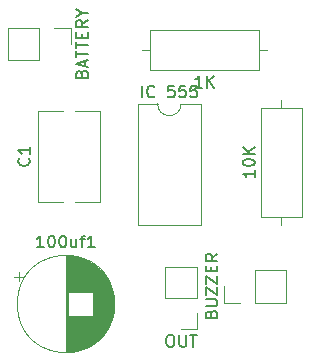
<source format=gbr>
%TF.GenerationSoftware,KiCad,Pcbnew,9.99.0-4961-ge71b061082*%
%TF.CreationDate,2026-01-22T07:13:39+05:30*%
%TF.ProjectId,TOY,544f592e-6b69-4636-9164-5f7063625858,rev?*%
%TF.SameCoordinates,Original*%
%TF.FileFunction,Legend,Top*%
%TF.FilePolarity,Positive*%
%FSLAX46Y46*%
G04 Gerber Fmt 4.6, Leading zero omitted, Abs format (unit mm)*
G04 Created by KiCad (PCBNEW 9.99.0-4961-ge71b061082) date 2026-01-22 07:13:39*
%MOMM*%
%LPD*%
G01*
G04 APERTURE LIST*
%ADD10C,0.150000*%
%ADD11C,0.120000*%
G04 APERTURE END LIST*
D10*
X155285714Y-92674819D02*
X154714286Y-92674819D01*
X155000000Y-92674819D02*
X155000000Y-91674819D01*
X155000000Y-91674819D02*
X154904762Y-91817676D01*
X154904762Y-91817676D02*
X154809524Y-91912914D01*
X154809524Y-91912914D02*
X154714286Y-91960533D01*
X155714286Y-92674819D02*
X155714286Y-91674819D01*
X156285714Y-92674819D02*
X155857143Y-92103390D01*
X156285714Y-91674819D02*
X155714286Y-92246247D01*
X152500000Y-113609819D02*
X152690476Y-113609819D01*
X152690476Y-113609819D02*
X152785714Y-113657438D01*
X152785714Y-113657438D02*
X152880952Y-113752676D01*
X152880952Y-113752676D02*
X152928571Y-113943152D01*
X152928571Y-113943152D02*
X152928571Y-114276485D01*
X152928571Y-114276485D02*
X152880952Y-114466961D01*
X152880952Y-114466961D02*
X152785714Y-114562200D01*
X152785714Y-114562200D02*
X152690476Y-114609819D01*
X152690476Y-114609819D02*
X152500000Y-114609819D01*
X152500000Y-114609819D02*
X152404762Y-114562200D01*
X152404762Y-114562200D02*
X152309524Y-114466961D01*
X152309524Y-114466961D02*
X152261905Y-114276485D01*
X152261905Y-114276485D02*
X152261905Y-113943152D01*
X152261905Y-113943152D02*
X152309524Y-113752676D01*
X152309524Y-113752676D02*
X152404762Y-113657438D01*
X152404762Y-113657438D02*
X152500000Y-113609819D01*
X153357143Y-113609819D02*
X153357143Y-114419342D01*
X153357143Y-114419342D02*
X153404762Y-114514580D01*
X153404762Y-114514580D02*
X153452381Y-114562200D01*
X153452381Y-114562200D02*
X153547619Y-114609819D01*
X153547619Y-114609819D02*
X153738095Y-114609819D01*
X153738095Y-114609819D02*
X153833333Y-114562200D01*
X153833333Y-114562200D02*
X153880952Y-114514580D01*
X153880952Y-114514580D02*
X153928571Y-114419342D01*
X153928571Y-114419342D02*
X153928571Y-113609819D01*
X154261905Y-113609819D02*
X154833333Y-113609819D01*
X154547619Y-114609819D02*
X154547619Y-113609819D01*
X145086009Y-91500000D02*
X145133628Y-91357143D01*
X145133628Y-91357143D02*
X145181247Y-91309524D01*
X145181247Y-91309524D02*
X145276485Y-91261905D01*
X145276485Y-91261905D02*
X145419342Y-91261905D01*
X145419342Y-91261905D02*
X145514580Y-91309524D01*
X145514580Y-91309524D02*
X145562200Y-91357143D01*
X145562200Y-91357143D02*
X145609819Y-91452381D01*
X145609819Y-91452381D02*
X145609819Y-91833333D01*
X145609819Y-91833333D02*
X144609819Y-91833333D01*
X144609819Y-91833333D02*
X144609819Y-91500000D01*
X144609819Y-91500000D02*
X144657438Y-91404762D01*
X144657438Y-91404762D02*
X144705057Y-91357143D01*
X144705057Y-91357143D02*
X144800295Y-91309524D01*
X144800295Y-91309524D02*
X144895533Y-91309524D01*
X144895533Y-91309524D02*
X144990771Y-91357143D01*
X144990771Y-91357143D02*
X145038390Y-91404762D01*
X145038390Y-91404762D02*
X145086009Y-91500000D01*
X145086009Y-91500000D02*
X145086009Y-91833333D01*
X145324104Y-90880952D02*
X145324104Y-90404762D01*
X145609819Y-90976190D02*
X144609819Y-90642857D01*
X144609819Y-90642857D02*
X145609819Y-90309524D01*
X144609819Y-90119047D02*
X144609819Y-89547619D01*
X145609819Y-89833333D02*
X144609819Y-89833333D01*
X144609819Y-89357142D02*
X144609819Y-88785714D01*
X145609819Y-89071428D02*
X144609819Y-89071428D01*
X145086009Y-88452380D02*
X145086009Y-88119047D01*
X145609819Y-87976190D02*
X145609819Y-88452380D01*
X145609819Y-88452380D02*
X144609819Y-88452380D01*
X144609819Y-88452380D02*
X144609819Y-87976190D01*
X145609819Y-86976190D02*
X145133628Y-87309523D01*
X145609819Y-87547618D02*
X144609819Y-87547618D01*
X144609819Y-87547618D02*
X144609819Y-87166666D01*
X144609819Y-87166666D02*
X144657438Y-87071428D01*
X144657438Y-87071428D02*
X144705057Y-87023809D01*
X144705057Y-87023809D02*
X144800295Y-86976190D01*
X144800295Y-86976190D02*
X144943152Y-86976190D01*
X144943152Y-86976190D02*
X145038390Y-87023809D01*
X145038390Y-87023809D02*
X145086009Y-87071428D01*
X145086009Y-87071428D02*
X145133628Y-87166666D01*
X145133628Y-87166666D02*
X145133628Y-87547618D01*
X145133628Y-86357142D02*
X145609819Y-86357142D01*
X144609819Y-86690475D02*
X145133628Y-86357142D01*
X145133628Y-86357142D02*
X144609819Y-86023809D01*
X159734819Y-99690476D02*
X159734819Y-100261904D01*
X159734819Y-99976190D02*
X158734819Y-99976190D01*
X158734819Y-99976190D02*
X158877676Y-100071428D01*
X158877676Y-100071428D02*
X158972914Y-100166666D01*
X158972914Y-100166666D02*
X159020533Y-100261904D01*
X158734819Y-99071428D02*
X158734819Y-98976190D01*
X158734819Y-98976190D02*
X158782438Y-98880952D01*
X158782438Y-98880952D02*
X158830057Y-98833333D01*
X158830057Y-98833333D02*
X158925295Y-98785714D01*
X158925295Y-98785714D02*
X159115771Y-98738095D01*
X159115771Y-98738095D02*
X159353866Y-98738095D01*
X159353866Y-98738095D02*
X159544342Y-98785714D01*
X159544342Y-98785714D02*
X159639580Y-98833333D01*
X159639580Y-98833333D02*
X159687200Y-98880952D01*
X159687200Y-98880952D02*
X159734819Y-98976190D01*
X159734819Y-98976190D02*
X159734819Y-99071428D01*
X159734819Y-99071428D02*
X159687200Y-99166666D01*
X159687200Y-99166666D02*
X159639580Y-99214285D01*
X159639580Y-99214285D02*
X159544342Y-99261904D01*
X159544342Y-99261904D02*
X159353866Y-99309523D01*
X159353866Y-99309523D02*
X159115771Y-99309523D01*
X159115771Y-99309523D02*
X158925295Y-99261904D01*
X158925295Y-99261904D02*
X158830057Y-99214285D01*
X158830057Y-99214285D02*
X158782438Y-99166666D01*
X158782438Y-99166666D02*
X158734819Y-99071428D01*
X159734819Y-98309523D02*
X158734819Y-98309523D01*
X159734819Y-97738095D02*
X159163390Y-98166666D01*
X158734819Y-97738095D02*
X159306247Y-98309523D01*
X140609580Y-98666666D02*
X140657200Y-98714285D01*
X140657200Y-98714285D02*
X140704819Y-98857142D01*
X140704819Y-98857142D02*
X140704819Y-98952380D01*
X140704819Y-98952380D02*
X140657200Y-99095237D01*
X140657200Y-99095237D02*
X140561961Y-99190475D01*
X140561961Y-99190475D02*
X140466723Y-99238094D01*
X140466723Y-99238094D02*
X140276247Y-99285713D01*
X140276247Y-99285713D02*
X140133390Y-99285713D01*
X140133390Y-99285713D02*
X139942914Y-99238094D01*
X139942914Y-99238094D02*
X139847676Y-99190475D01*
X139847676Y-99190475D02*
X139752438Y-99095237D01*
X139752438Y-99095237D02*
X139704819Y-98952380D01*
X139704819Y-98952380D02*
X139704819Y-98857142D01*
X139704819Y-98857142D02*
X139752438Y-98714285D01*
X139752438Y-98714285D02*
X139800057Y-98666666D01*
X140704819Y-97714285D02*
X140704819Y-98285713D01*
X140704819Y-97999999D02*
X139704819Y-97999999D01*
X139704819Y-97999999D02*
X139847676Y-98095237D01*
X139847676Y-98095237D02*
X139942914Y-98190475D01*
X139942914Y-98190475D02*
X139990533Y-98285713D01*
X156051009Y-111857142D02*
X156098628Y-111714285D01*
X156098628Y-111714285D02*
X156146247Y-111666666D01*
X156146247Y-111666666D02*
X156241485Y-111619047D01*
X156241485Y-111619047D02*
X156384342Y-111619047D01*
X156384342Y-111619047D02*
X156479580Y-111666666D01*
X156479580Y-111666666D02*
X156527200Y-111714285D01*
X156527200Y-111714285D02*
X156574819Y-111809523D01*
X156574819Y-111809523D02*
X156574819Y-112190475D01*
X156574819Y-112190475D02*
X155574819Y-112190475D01*
X155574819Y-112190475D02*
X155574819Y-111857142D01*
X155574819Y-111857142D02*
X155622438Y-111761904D01*
X155622438Y-111761904D02*
X155670057Y-111714285D01*
X155670057Y-111714285D02*
X155765295Y-111666666D01*
X155765295Y-111666666D02*
X155860533Y-111666666D01*
X155860533Y-111666666D02*
X155955771Y-111714285D01*
X155955771Y-111714285D02*
X156003390Y-111761904D01*
X156003390Y-111761904D02*
X156051009Y-111857142D01*
X156051009Y-111857142D02*
X156051009Y-112190475D01*
X155574819Y-111190475D02*
X156384342Y-111190475D01*
X156384342Y-111190475D02*
X156479580Y-111142856D01*
X156479580Y-111142856D02*
X156527200Y-111095237D01*
X156527200Y-111095237D02*
X156574819Y-110999999D01*
X156574819Y-110999999D02*
X156574819Y-110809523D01*
X156574819Y-110809523D02*
X156527200Y-110714285D01*
X156527200Y-110714285D02*
X156479580Y-110666666D01*
X156479580Y-110666666D02*
X156384342Y-110619047D01*
X156384342Y-110619047D02*
X155574819Y-110619047D01*
X155574819Y-110238094D02*
X155574819Y-109571428D01*
X155574819Y-109571428D02*
X156574819Y-110238094D01*
X156574819Y-110238094D02*
X156574819Y-109571428D01*
X155574819Y-109285713D02*
X155574819Y-108619047D01*
X155574819Y-108619047D02*
X156574819Y-109285713D01*
X156574819Y-109285713D02*
X156574819Y-108619047D01*
X156051009Y-108238094D02*
X156051009Y-107904761D01*
X156574819Y-107761904D02*
X156574819Y-108238094D01*
X156574819Y-108238094D02*
X155574819Y-108238094D01*
X155574819Y-108238094D02*
X155574819Y-107761904D01*
X156574819Y-106761904D02*
X156098628Y-107095237D01*
X156574819Y-107333332D02*
X155574819Y-107333332D01*
X155574819Y-107333332D02*
X155574819Y-106952380D01*
X155574819Y-106952380D02*
X155622438Y-106857142D01*
X155622438Y-106857142D02*
X155670057Y-106809523D01*
X155670057Y-106809523D02*
X155765295Y-106761904D01*
X155765295Y-106761904D02*
X155908152Y-106761904D01*
X155908152Y-106761904D02*
X156003390Y-106809523D01*
X156003390Y-106809523D02*
X156051009Y-106857142D01*
X156051009Y-106857142D02*
X156098628Y-106952380D01*
X156098628Y-106952380D02*
X156098628Y-107333332D01*
X150195476Y-93504819D02*
X150195476Y-92504819D01*
X151243094Y-93409580D02*
X151195475Y-93457200D01*
X151195475Y-93457200D02*
X151052618Y-93504819D01*
X151052618Y-93504819D02*
X150957380Y-93504819D01*
X150957380Y-93504819D02*
X150814523Y-93457200D01*
X150814523Y-93457200D02*
X150719285Y-93361961D01*
X150719285Y-93361961D02*
X150671666Y-93266723D01*
X150671666Y-93266723D02*
X150624047Y-93076247D01*
X150624047Y-93076247D02*
X150624047Y-92933390D01*
X150624047Y-92933390D02*
X150671666Y-92742914D01*
X150671666Y-92742914D02*
X150719285Y-92647676D01*
X150719285Y-92647676D02*
X150814523Y-92552438D01*
X150814523Y-92552438D02*
X150957380Y-92504819D01*
X150957380Y-92504819D02*
X151052618Y-92504819D01*
X151052618Y-92504819D02*
X151195475Y-92552438D01*
X151195475Y-92552438D02*
X151243094Y-92600057D01*
X152909761Y-92504819D02*
X152433571Y-92504819D01*
X152433571Y-92504819D02*
X152385952Y-92981009D01*
X152385952Y-92981009D02*
X152433571Y-92933390D01*
X152433571Y-92933390D02*
X152528809Y-92885771D01*
X152528809Y-92885771D02*
X152766904Y-92885771D01*
X152766904Y-92885771D02*
X152862142Y-92933390D01*
X152862142Y-92933390D02*
X152909761Y-92981009D01*
X152909761Y-92981009D02*
X152957380Y-93076247D01*
X152957380Y-93076247D02*
X152957380Y-93314342D01*
X152957380Y-93314342D02*
X152909761Y-93409580D01*
X152909761Y-93409580D02*
X152862142Y-93457200D01*
X152862142Y-93457200D02*
X152766904Y-93504819D01*
X152766904Y-93504819D02*
X152528809Y-93504819D01*
X152528809Y-93504819D02*
X152433571Y-93457200D01*
X152433571Y-93457200D02*
X152385952Y-93409580D01*
X153862142Y-92504819D02*
X153385952Y-92504819D01*
X153385952Y-92504819D02*
X153338333Y-92981009D01*
X153338333Y-92981009D02*
X153385952Y-92933390D01*
X153385952Y-92933390D02*
X153481190Y-92885771D01*
X153481190Y-92885771D02*
X153719285Y-92885771D01*
X153719285Y-92885771D02*
X153814523Y-92933390D01*
X153814523Y-92933390D02*
X153862142Y-92981009D01*
X153862142Y-92981009D02*
X153909761Y-93076247D01*
X153909761Y-93076247D02*
X153909761Y-93314342D01*
X153909761Y-93314342D02*
X153862142Y-93409580D01*
X153862142Y-93409580D02*
X153814523Y-93457200D01*
X153814523Y-93457200D02*
X153719285Y-93504819D01*
X153719285Y-93504819D02*
X153481190Y-93504819D01*
X153481190Y-93504819D02*
X153385952Y-93457200D01*
X153385952Y-93457200D02*
X153338333Y-93409580D01*
X154814523Y-92504819D02*
X154338333Y-92504819D01*
X154338333Y-92504819D02*
X154290714Y-92981009D01*
X154290714Y-92981009D02*
X154338333Y-92933390D01*
X154338333Y-92933390D02*
X154433571Y-92885771D01*
X154433571Y-92885771D02*
X154671666Y-92885771D01*
X154671666Y-92885771D02*
X154766904Y-92933390D01*
X154766904Y-92933390D02*
X154814523Y-92981009D01*
X154814523Y-92981009D02*
X154862142Y-93076247D01*
X154862142Y-93076247D02*
X154862142Y-93314342D01*
X154862142Y-93314342D02*
X154814523Y-93409580D01*
X154814523Y-93409580D02*
X154766904Y-93457200D01*
X154766904Y-93457200D02*
X154671666Y-93504819D01*
X154671666Y-93504819D02*
X154433571Y-93504819D01*
X154433571Y-93504819D02*
X154338333Y-93457200D01*
X154338333Y-93457200D02*
X154290714Y-93409580D01*
X141869047Y-106204819D02*
X141297619Y-106204819D01*
X141583333Y-106204819D02*
X141583333Y-105204819D01*
X141583333Y-105204819D02*
X141488095Y-105347676D01*
X141488095Y-105347676D02*
X141392857Y-105442914D01*
X141392857Y-105442914D02*
X141297619Y-105490533D01*
X142488095Y-105204819D02*
X142583333Y-105204819D01*
X142583333Y-105204819D02*
X142678571Y-105252438D01*
X142678571Y-105252438D02*
X142726190Y-105300057D01*
X142726190Y-105300057D02*
X142773809Y-105395295D01*
X142773809Y-105395295D02*
X142821428Y-105585771D01*
X142821428Y-105585771D02*
X142821428Y-105823866D01*
X142821428Y-105823866D02*
X142773809Y-106014342D01*
X142773809Y-106014342D02*
X142726190Y-106109580D01*
X142726190Y-106109580D02*
X142678571Y-106157200D01*
X142678571Y-106157200D02*
X142583333Y-106204819D01*
X142583333Y-106204819D02*
X142488095Y-106204819D01*
X142488095Y-106204819D02*
X142392857Y-106157200D01*
X142392857Y-106157200D02*
X142345238Y-106109580D01*
X142345238Y-106109580D02*
X142297619Y-106014342D01*
X142297619Y-106014342D02*
X142250000Y-105823866D01*
X142250000Y-105823866D02*
X142250000Y-105585771D01*
X142250000Y-105585771D02*
X142297619Y-105395295D01*
X142297619Y-105395295D02*
X142345238Y-105300057D01*
X142345238Y-105300057D02*
X142392857Y-105252438D01*
X142392857Y-105252438D02*
X142488095Y-105204819D01*
X143440476Y-105204819D02*
X143535714Y-105204819D01*
X143535714Y-105204819D02*
X143630952Y-105252438D01*
X143630952Y-105252438D02*
X143678571Y-105300057D01*
X143678571Y-105300057D02*
X143726190Y-105395295D01*
X143726190Y-105395295D02*
X143773809Y-105585771D01*
X143773809Y-105585771D02*
X143773809Y-105823866D01*
X143773809Y-105823866D02*
X143726190Y-106014342D01*
X143726190Y-106014342D02*
X143678571Y-106109580D01*
X143678571Y-106109580D02*
X143630952Y-106157200D01*
X143630952Y-106157200D02*
X143535714Y-106204819D01*
X143535714Y-106204819D02*
X143440476Y-106204819D01*
X143440476Y-106204819D02*
X143345238Y-106157200D01*
X143345238Y-106157200D02*
X143297619Y-106109580D01*
X143297619Y-106109580D02*
X143250000Y-106014342D01*
X143250000Y-106014342D02*
X143202381Y-105823866D01*
X143202381Y-105823866D02*
X143202381Y-105585771D01*
X143202381Y-105585771D02*
X143250000Y-105395295D01*
X143250000Y-105395295D02*
X143297619Y-105300057D01*
X143297619Y-105300057D02*
X143345238Y-105252438D01*
X143345238Y-105252438D02*
X143440476Y-105204819D01*
X144630952Y-105538152D02*
X144630952Y-106204819D01*
X144202381Y-105538152D02*
X144202381Y-106061961D01*
X144202381Y-106061961D02*
X144250000Y-106157200D01*
X144250000Y-106157200D02*
X144345238Y-106204819D01*
X144345238Y-106204819D02*
X144488095Y-106204819D01*
X144488095Y-106204819D02*
X144583333Y-106157200D01*
X144583333Y-106157200D02*
X144630952Y-106109580D01*
X144964286Y-105538152D02*
X145345238Y-105538152D01*
X145107143Y-106204819D02*
X145107143Y-105347676D01*
X145107143Y-105347676D02*
X145154762Y-105252438D01*
X145154762Y-105252438D02*
X145250000Y-105204819D01*
X145250000Y-105204819D02*
X145345238Y-105204819D01*
X146202381Y-106204819D02*
X145630953Y-106204819D01*
X145916667Y-106204819D02*
X145916667Y-105204819D01*
X145916667Y-105204819D02*
X145821429Y-105347676D01*
X145821429Y-105347676D02*
X145726191Y-105442914D01*
X145726191Y-105442914D02*
X145630953Y-105490533D01*
%TO.C,1K*%
D11*
X150190000Y-89500000D02*
X150880000Y-89500000D01*
X160810000Y-89500000D02*
X160120000Y-89500000D01*
X150880000Y-87780000D02*
X160120000Y-87780000D01*
X160120000Y-91220000D01*
X150880000Y-91220000D01*
X150880000Y-87780000D01*
%TO.C,OUT*%
X152120000Y-110505000D02*
X152120000Y-107855000D01*
X154880000Y-107855000D02*
X152120000Y-107855000D01*
X154880000Y-110505000D02*
X152120000Y-110505000D01*
X154880000Y-110505000D02*
X154880000Y-107855000D01*
X154880000Y-111775000D02*
X154880000Y-113155000D01*
X154880000Y-113155000D02*
X153500000Y-113155000D01*
%TO.C,BATTERY*%
X138855000Y-87620000D02*
X138855000Y-90380000D01*
X141505000Y-87620000D02*
X138855000Y-87620000D01*
X141505000Y-87620000D02*
X141505000Y-90380000D01*
X141505000Y-90380000D02*
X138855000Y-90380000D01*
X142775000Y-87620000D02*
X144155000Y-87620000D01*
X144155000Y-87620000D02*
X144155000Y-89000000D01*
%TO.C,10K*%
X162000000Y-93690000D02*
X162000000Y-94380000D01*
X162000000Y-104310000D02*
X162000000Y-103620000D01*
X160280000Y-94380000D02*
X163720000Y-94380000D01*
X163720000Y-103620000D01*
X160280000Y-103620000D01*
X160280000Y-94380000D01*
%TO.C,C1*%
X141380000Y-94630000D02*
X143489000Y-94630000D01*
X141380000Y-102370000D02*
X141380000Y-94630000D01*
X143489000Y-102370000D02*
X141380000Y-102370000D01*
X144511000Y-94630000D02*
X146620000Y-94630000D01*
X146620000Y-94630000D02*
X146620000Y-102370000D01*
X146620000Y-102370000D02*
X144511000Y-102370000D01*
%TO.C,BUZZER*%
X157120000Y-110880000D02*
X157120000Y-109500000D01*
X158500000Y-110880000D02*
X157120000Y-110880000D01*
X159770000Y-108120000D02*
X162420000Y-108120000D01*
X159770000Y-110880000D02*
X159770000Y-108120000D01*
X159770000Y-110880000D02*
X162420000Y-110880000D01*
X162420000Y-110880000D02*
X162420000Y-108120000D01*
%TO.C,IC 555*%
X149855000Y-94050000D02*
X149855000Y-104330000D01*
X149855000Y-104330000D02*
X155155000Y-104330000D01*
X151505000Y-94050000D02*
X149855000Y-94050000D01*
X155155000Y-94050000D02*
X153505000Y-94050000D01*
X155155000Y-104330000D02*
X155155000Y-94050000D01*
X153505000Y-94050000D02*
G75*
G02*
X151505000Y-94050000I-1000000J0D01*
G01*
%TO.C,100uf1*%
X139340302Y-108685000D02*
X140140302Y-108685000D01*
X139740302Y-108285000D02*
X139740302Y-109085000D01*
X143750000Y-106920000D02*
X143750000Y-115080000D01*
X143790000Y-106920000D02*
X143790000Y-115080000D01*
X143830000Y-106921000D02*
X143830000Y-115079000D01*
X143870000Y-106922000D02*
X143870000Y-115078000D01*
X143910000Y-106923000D02*
X143910000Y-115077000D01*
X143950000Y-106925000D02*
X143950000Y-115075000D01*
X143990000Y-106927000D02*
X143990000Y-109960000D01*
X143990000Y-112040000D02*
X143990000Y-115073000D01*
X144030000Y-106930000D02*
X144030000Y-109960000D01*
X144030000Y-112040000D02*
X144030000Y-115070000D01*
X144070000Y-106932000D02*
X144070000Y-109960000D01*
X144070000Y-112040000D02*
X144070000Y-115068000D01*
X144110000Y-106936000D02*
X144110000Y-109960000D01*
X144110000Y-112040000D02*
X144110000Y-115064000D01*
X144150000Y-106939000D02*
X144150000Y-109960000D01*
X144150000Y-112040000D02*
X144150000Y-115061000D01*
X144190000Y-106944000D02*
X144190000Y-109960000D01*
X144190000Y-112040000D02*
X144190000Y-115056000D01*
X144230000Y-106948000D02*
X144230000Y-109960000D01*
X144230000Y-112040000D02*
X144230000Y-115052000D01*
X144270000Y-106953000D02*
X144270000Y-109960000D01*
X144270000Y-112040000D02*
X144270000Y-115047000D01*
X144310000Y-106958000D02*
X144310000Y-109960000D01*
X144310000Y-112040000D02*
X144310000Y-115042000D01*
X144350000Y-106964000D02*
X144350000Y-109960000D01*
X144350000Y-112040000D02*
X144350000Y-115036000D01*
X144390000Y-106970000D02*
X144390000Y-109960000D01*
X144390000Y-112040000D02*
X144390000Y-115030000D01*
X144430000Y-106977000D02*
X144430000Y-109960000D01*
X144430000Y-112040000D02*
X144430000Y-115023000D01*
X144470000Y-106983000D02*
X144470000Y-109960000D01*
X144470000Y-112040000D02*
X144470000Y-115017000D01*
X144510000Y-106991000D02*
X144510000Y-109960000D01*
X144510000Y-112040000D02*
X144510000Y-115009000D01*
X144550000Y-106998000D02*
X144550000Y-109960000D01*
X144550000Y-112040000D02*
X144550000Y-115002000D01*
X144590000Y-107007000D02*
X144590000Y-109960000D01*
X144590000Y-112040000D02*
X144590000Y-114993000D01*
X144630000Y-107015000D02*
X144630000Y-109960000D01*
X144630000Y-112040000D02*
X144630000Y-114985000D01*
X144670000Y-107024000D02*
X144670000Y-109960000D01*
X144670000Y-112040000D02*
X144670000Y-114976000D01*
X144710000Y-107033000D02*
X144710000Y-109960000D01*
X144710000Y-112040000D02*
X144710000Y-114967000D01*
X144750000Y-107043000D02*
X144750000Y-109960000D01*
X144750000Y-112040000D02*
X144750000Y-114957000D01*
X144790000Y-107053000D02*
X144790000Y-109960000D01*
X144790000Y-112040000D02*
X144790000Y-114947000D01*
X144830000Y-107064000D02*
X144830000Y-109960000D01*
X144830000Y-112040000D02*
X144830000Y-114936000D01*
X144870000Y-107075000D02*
X144870000Y-109960000D01*
X144870000Y-112040000D02*
X144870000Y-114925000D01*
X144910000Y-107087000D02*
X144910000Y-109960000D01*
X144910000Y-112040000D02*
X144910000Y-114913000D01*
X144950000Y-107099000D02*
X144950000Y-109960000D01*
X144950000Y-112040000D02*
X144950000Y-114901000D01*
X144990000Y-107111000D02*
X144990000Y-109960000D01*
X144990000Y-112040000D02*
X144990000Y-114889000D01*
X145030000Y-107124000D02*
X145030000Y-109960000D01*
X145030000Y-112040000D02*
X145030000Y-114876000D01*
X145070000Y-107137000D02*
X145070000Y-109960000D01*
X145070000Y-112040000D02*
X145070000Y-114863000D01*
X145110000Y-107151000D02*
X145110000Y-109960000D01*
X145110000Y-112040000D02*
X145110000Y-114849000D01*
X145150000Y-107165000D02*
X145150000Y-109960000D01*
X145150000Y-112040000D02*
X145150000Y-114835000D01*
X145190000Y-107180000D02*
X145190000Y-109960000D01*
X145190000Y-112040000D02*
X145190000Y-114820000D01*
X145230000Y-107195000D02*
X145230000Y-109960000D01*
X145230000Y-112040000D02*
X145230000Y-114805000D01*
X145270000Y-107211000D02*
X145270000Y-109960000D01*
X145270000Y-112040000D02*
X145270000Y-114789000D01*
X145310000Y-107227000D02*
X145310000Y-109960000D01*
X145310000Y-112040000D02*
X145310000Y-114773000D01*
X145350000Y-107243000D02*
X145350000Y-109960000D01*
X145350000Y-112040000D02*
X145350000Y-114757000D01*
X145390000Y-107260000D02*
X145390000Y-109960000D01*
X145390000Y-112040000D02*
X145390000Y-114740000D01*
X145430000Y-107278000D02*
X145430000Y-109960000D01*
X145430000Y-112040000D02*
X145430000Y-114722000D01*
X145470000Y-107296000D02*
X145470000Y-109960000D01*
X145470000Y-112040000D02*
X145470000Y-114704000D01*
X145510000Y-107315000D02*
X145510000Y-109960000D01*
X145510000Y-112040000D02*
X145510000Y-114685000D01*
X145550000Y-107334000D02*
X145550000Y-109960000D01*
X145550000Y-112040000D02*
X145550000Y-114666000D01*
X145590000Y-107354000D02*
X145590000Y-109960000D01*
X145590000Y-112040000D02*
X145590000Y-114646000D01*
X145630000Y-107374000D02*
X145630000Y-109960000D01*
X145630000Y-112040000D02*
X145630000Y-114626000D01*
X145670000Y-107395000D02*
X145670000Y-109960000D01*
X145670000Y-112040000D02*
X145670000Y-114605000D01*
X145710000Y-107416000D02*
X145710000Y-109960000D01*
X145710000Y-112040000D02*
X145710000Y-114584000D01*
X145750000Y-107438000D02*
X145750000Y-109960000D01*
X145750000Y-112040000D02*
X145750000Y-114562000D01*
X145790000Y-107461000D02*
X145790000Y-109960000D01*
X145790000Y-112040000D02*
X145790000Y-114539000D01*
X145830000Y-107484000D02*
X145830000Y-109960000D01*
X145830000Y-112040000D02*
X145830000Y-114516000D01*
X145870000Y-107507000D02*
X145870000Y-109960000D01*
X145870000Y-112040000D02*
X145870000Y-114493000D01*
X145910000Y-107532000D02*
X145910000Y-109960000D01*
X145910000Y-112040000D02*
X145910000Y-114468000D01*
X145950000Y-107557000D02*
X145950000Y-109960000D01*
X145950000Y-112040000D02*
X145950000Y-114443000D01*
X145990000Y-107582000D02*
X145990000Y-109960000D01*
X145990000Y-112040000D02*
X145990000Y-114418000D01*
X146030000Y-107608000D02*
X146030000Y-109960000D01*
X146030000Y-112040000D02*
X146030000Y-114392000D01*
X146070000Y-107635000D02*
X146070000Y-114365000D01*
X146110000Y-107663000D02*
X146110000Y-114337000D01*
X146150000Y-107691000D02*
X146150000Y-114309000D01*
X146190000Y-107720000D02*
X146190000Y-114280000D01*
X146230000Y-107750000D02*
X146230000Y-114250000D01*
X146270000Y-107781000D02*
X146270000Y-114219000D01*
X146310000Y-107812000D02*
X146310000Y-114188000D01*
X146350000Y-107844000D02*
X146350000Y-114156000D01*
X146390000Y-107877000D02*
X146390000Y-114123000D01*
X146430000Y-107911000D02*
X146430000Y-114089000D01*
X146470000Y-107945000D02*
X146470000Y-114055000D01*
X146510000Y-107981000D02*
X146510000Y-114019000D01*
X146550000Y-108018000D02*
X146550000Y-113982000D01*
X146590000Y-108055000D02*
X146590000Y-113945000D01*
X146630000Y-108094000D02*
X146630000Y-113906000D01*
X146670000Y-108133000D02*
X146670000Y-113867000D01*
X146710000Y-108174000D02*
X146710000Y-113826000D01*
X146750000Y-108216000D02*
X146750000Y-113784000D01*
X146790000Y-108259000D02*
X146790000Y-113741000D01*
X146830000Y-108304000D02*
X146830000Y-113696000D01*
X146870000Y-108349000D02*
X146870000Y-113651000D01*
X146910000Y-108396000D02*
X146910000Y-113604000D01*
X146950000Y-108445000D02*
X146950000Y-113555000D01*
X146990000Y-108495000D02*
X146990000Y-113505000D01*
X147030000Y-108547000D02*
X147030000Y-113453000D01*
X147070000Y-108600000D02*
X147070000Y-113400000D01*
X147110000Y-108656000D02*
X147110000Y-113344000D01*
X147150000Y-108713000D02*
X147150000Y-113287000D01*
X147190000Y-108773000D02*
X147190000Y-113227000D01*
X147230000Y-108835000D02*
X147230000Y-113165000D01*
X147270000Y-108899000D02*
X147270000Y-113101000D01*
X147310000Y-108966000D02*
X147310000Y-113034000D01*
X147350000Y-109036000D02*
X147350000Y-112964000D01*
X147390000Y-109110000D02*
X147390000Y-112890000D01*
X147430000Y-109187000D02*
X147430000Y-112813000D01*
X147470000Y-109269000D02*
X147470000Y-112731000D01*
X147510000Y-109356000D02*
X147510000Y-112644000D01*
X147550000Y-109448000D02*
X147550000Y-112552000D01*
X147590000Y-109547000D02*
X147590000Y-112453000D01*
X147630000Y-109654000D02*
X147630000Y-112346000D01*
X147670000Y-109772000D02*
X147670000Y-112228000D01*
X147710000Y-109903000D02*
X147710000Y-112097000D01*
X147750000Y-110053000D02*
X147750000Y-111947000D01*
X147790000Y-110232000D02*
X147790000Y-111768000D01*
X147830000Y-110467000D02*
X147830000Y-111533000D01*
X147870000Y-111000000D02*
G75*
G02*
X139630000Y-111000000I-4120000J0D01*
G01*
X139630000Y-111000000D02*
G75*
G02*
X147870000Y-111000000I4120000J0D01*
G01*
%TD*%
M02*

</source>
